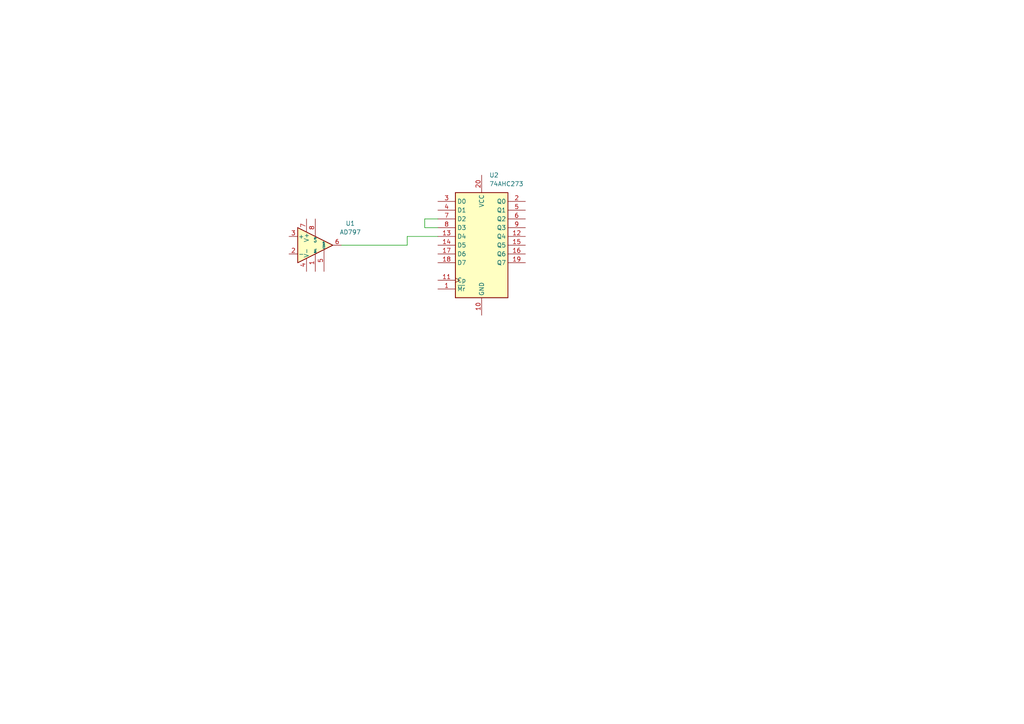
<source format=kicad_sch>
(kicad_sch (version 20231120) (generator "eeschema") (generator_version "8.0")
  (paper "A4")
  (lib_symbols
    (symbol "74xx:74AHC273"
      (property "Reference" "U" (at -7.62 16.51 0))
      (property "Value" "74AHC273" (at -7.62 -16.51 0))
      (symbol "74AHC273_1_0"
        (pin input line (at -12.7 -12.7 0) (length 5.08) (name "~{Mr}") (number "1"))
        (pin power_in line (at 0 -20.32 90) (length 5.08) (name "GND") (number "10"))
        (pin input clock (at -12.7 -10.16 0) (length 5.08) (name "Cp") (number "11"))
        (pin output line (at 12.7 2.54 180) (length 5.08) (name "Q4") (number "12"))
        (pin input line (at -12.7 2.54 0) (length 5.08) (name "D4") (number "13"))
        (pin input line (at -12.7 0 0) (length 5.08) (name "D5") (number "14"))
        (pin output line (at 12.7 0 180) (length 5.08) (name "Q5") (number "15"))
        (pin output line (at 12.7 -2.54 180) (length 5.08) (name "Q6") (number "16"))
        (pin input line (at -12.7 -2.54 0) (length 5.08) (name "D6") (number "17"))
        (pin input line (at -12.7 -5.08 0) (length 5.08) (name "D7") (number "18"))
        (pin output line (at 12.7 -5.08 180) (length 5.08) (name "Q7") (number "19"))
        (pin output line (at 12.7 12.7 180) (length 5.08) (name "Q0") (number "2"))
        (pin power_in line (at 0 20.32 270) (length 5.08) (name "VCC") (number "20"))
        (pin input line (at -12.7 12.7 0) (length 5.08) (name "D0") (number "3"))
        (pin input line (at -12.7 10.16 0) (length 5.08) (name "D1") (number "4"))
        (pin output line (at 12.7 10.16 180) (length 5.08) (name "Q1") (number "5"))
        (pin output line (at 12.7 7.62 180) (length 5.08) (name "Q2") (number "6"))
        (pin input line (at -12.7 7.62 0) (length 5.08) (name "D2") (number "7"))
        (pin input line (at -12.7 5.08 0) (length 5.08) (name "D3") (number "8"))
        (pin output line (at 12.7 5.08 180) (length 5.08) (name "Q3") (number "9"))
      )
      (symbol "74AHC273_1_1"
        (rectangle (start -7.62 15.24) (end 7.62 -15.24) (stroke (width 0.254)) (fill (type background)))
      )
    )
    (symbol "Amplifier_Operational:AD797" (pin_names (offset 0.127))
      (property "Reference" "U" (at 1.27 6.35 0))
      (property "Value" "AD797" (at 1.27 3.81 0))
      (symbol "AD797_0_1"
        (polyline (pts (xy -5.08 5.08) (xy 5.08 0) (xy -5.08 -5.08) (xy -5.08 5.08)) (stroke (width 0.254)) (fill (type background)))
      )
      (symbol "AD797_1_1"
        (pin input line (at 0 -7.62 90) (length 5.08) (name "BAL") (number "1"))
        (pin input line (at -7.62 -2.54 0) (length 2.54) (name "-") (number "2"))
        (pin input line (at -7.62 2.54 0) (length 2.54) (name "+") (number "3"))
        (pin power_in line (at -2.54 -7.62 90) (length 3.81) (name "V-") (number "4"))
        (pin input line (at 2.54 -7.62 90) (length 6.35) (name "COMP") (number "5"))
        (pin output line (at 7.62 0 180) (length 2.54) (name "~") (number "6"))
        (pin power_in line (at -2.54 7.62 270) (length 3.81) (name "V+") (number "7"))
        (pin input line (at 0 7.62 270) (length 5.08) (name "C/B") (number "8"))
      )
    )
  )
  (wire (pts (xy 118.11 68.58) (xy 127 68.58)))
  (wire (pts (xy 123.19 63.5) (xy 127 63.5)))
  (wire (pts (xy 118.11 71.12) (xy 118.11 68.58)))
  (wire (pts (xy 123.19 66.04) (xy 123.19 63.5)))
  (wire (pts (xy 99.06 71.12) (xy 118.11 71.12)))
  (wire (pts (xy 127 66.04) (xy 123.19 66.04)))
  (symbol (lib_id "74xx:74AHC273") (at 139.7 71.12 0) (unit 1)
    (property "Reference" "U2" (at 141.8941 50.8 0) (effects (justify left)))
    (property "Value" "74AHC273" (at 141.8941 53.34 0) (effects (justify left)))
    (property "Datasheet" "https://assets.nexperia.com/documents/data-sheet/74AHC_AHCT273.pdf" (effects (hide yes)))
    (property "Description" "8-bit D Flip-Flop, reset" (effects (hide yes)))
  )
  (symbol (lib_id "Amplifier_Operational:AD797") (at 91.44 71.12 0) (unit 1)
    (property "Reference" "U1" (at 101.6 64.8014 0))
    (property "Value" "AD797" (at 101.6 67.3414 0))
    (property "Datasheet" "https://www.analog.com/media/en/technical-documentation/data-sheets/AD797.pdf" (effects (hide yes)))
    (property "Description" "Ultralow Distortion, Ultralow Noise Op Amp, DIP-8/SOIC-8" (effects (hide yes)))
  )
)
</source>
